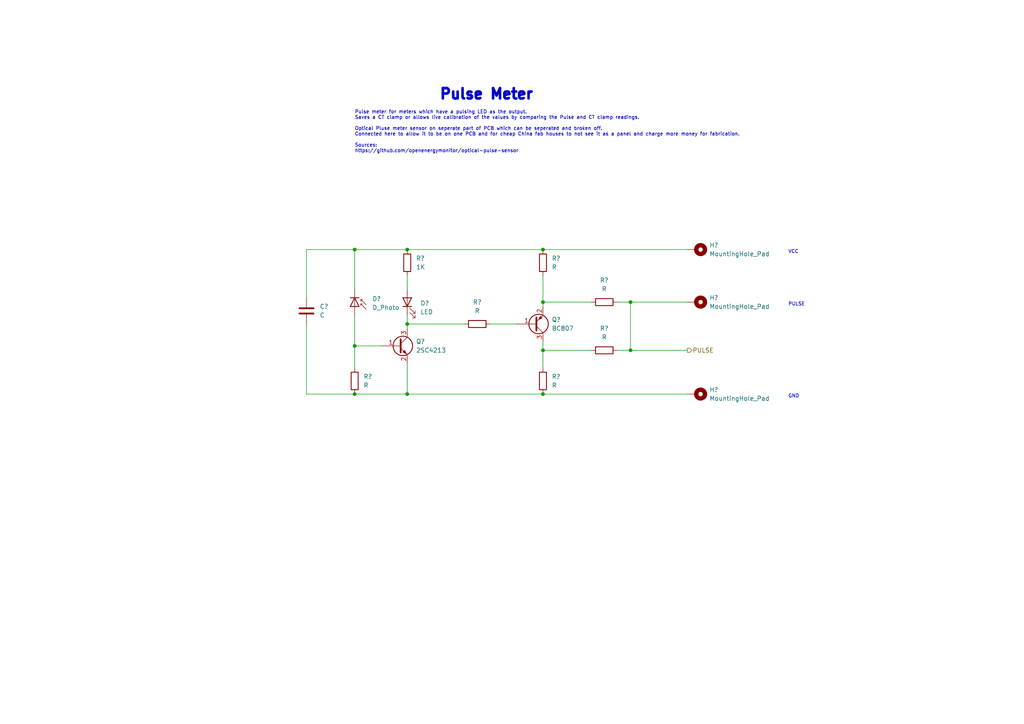
<source format=kicad_sch>
(kicad_sch (version 20211123) (generator eeschema)
  (paper "A4")
  (lib_symbols
    (symbol "Device:C" (pin_numbers hide) (pin_names (offset 0.254))
      (property "Reference" "C" (at 0.635 2.54 0))
      (property "Value" "C" (at 0.635 -2.54 0))
      (symbol "C_0_1"
        (polyline (pts (xy -2.032 -0.762) (xy 2.032 -0.762)) (stroke (width 0.508)))
        (polyline (pts (xy -2.032 0.762) (xy 2.032 0.762)) (stroke (width 0.508)))
      )
      (symbol "C_1_1"
        (pin passive line (at 0 3.81 270) (length 2.794) (name "~") (number "1"))
        (pin passive line (at 0 -3.81 90) (length 2.794) (name "~") (number "2"))
      )
    )
    (symbol "Device:D_Photo" (pin_numbers hide) (pin_names hide)
      (property "Reference" "D" (at 0.508 1.778 0))
      (property "Value" "D_Photo" (at -1.016 -2.794 0))
      (symbol "D_Photo_0_1"
        (polyline (pts (xy -2.54 1.27) (xy -2.54 -1.27)) (stroke (width 0.254)))
        (polyline (pts (xy -2.032 1.778) (xy -1.524 1.778)))
        (polyline (pts (xy 0 0) (xy -2.54 0)))
        (polyline (pts (xy -0.508 3.302) (xy -2.032 1.778) (xy -2.032 2.286)))
        (polyline (pts (xy 0 -1.27) (xy 0 1.27) (xy -2.54 0) (xy 0 -1.27)) (stroke (width 0.254)))
        (polyline (pts (xy 0.762 3.302) (xy -0.762 1.778) (xy -0.762 2.286) (xy -0.762 1.778) (xy -0.254 1.778)))
      )
      (symbol "D_Photo_1_1"
        (pin passive line (at -5.08 0 0) (length 2.54) (name "K") (number "1"))
        (pin passive line (at 2.54 0 180) (length 2.54) (name "A") (number "2"))
      )
    )
    (symbol "Device:LED" (pin_numbers hide) (pin_names (offset 1.016) hide)
      (property "Reference" "D" (at 0 2.54 0))
      (property "Value" "LED" (at 0 -2.54 0))
      (symbol "LED_0_1"
        (polyline (pts (xy -1.27 -1.27) (xy -1.27 1.27)) (stroke (width 0.254)))
        (polyline (pts (xy -1.27 0) (xy 1.27 0)))
        (polyline (pts (xy 1.27 -1.27) (xy 1.27 1.27) (xy -1.27 0) (xy 1.27 -1.27)) (stroke (width 0.254)))
        (polyline (pts (xy -3.048 -0.762) (xy -4.572 -2.286) (xy -3.81 -2.286) (xy -4.572 -2.286) (xy -4.572 -1.524)))
        (polyline (pts (xy -1.778 -0.762) (xy -3.302 -2.286) (xy -2.54 -2.286) (xy -3.302 -2.286) (xy -3.302 -1.524)))
      )
      (symbol "LED_1_1"
        (pin passive line (at -3.81 0 0) (length 2.54) (name "K") (number "1"))
        (pin passive line (at 3.81 0 180) (length 2.54) (name "A") (number "2"))
      )
    )
    (symbol "Device:R" (pin_numbers hide) (pin_names (offset 0))
      (property "Reference" "R" (at 2.032 0 90))
      (property "Value" "R" (at 0 0 90))
      (symbol "R_0_1"
        (rectangle (start -1.016 -2.54) (end 1.016 2.54) (stroke (width 0.254)))
      )
      (symbol "R_1_1"
        (pin passive line (at 0 3.81 270) (length 1.27) (name "~") (number "1"))
        (pin passive line (at 0 -3.81 90) (length 1.27) (name "~") (number "2"))
      )
    )
    (symbol "Mechanical:MountingHole_Pad" (pin_numbers hide) (pin_names (offset 1.016) hide)
      (property "Reference" "H" (at 0 6.35 0))
      (property "Value" "MountingHole_Pad" (at 0 4.445 0))
      (symbol "MountingHole_Pad_0_1"
        (circle (center 0 1.27) (radius 1.27) (stroke (width 1.27)))
      )
      (symbol "MountingHole_Pad_1_1"
        (pin input line (at 0 -2.54 90) (length 2.54) (name "1") (number "1"))
      )
    )
    (symbol "Transistor_BJT:2SC4213" (pin_names (offset 0) hide)
      (property "Reference" "Q" (at 5.08 1.905 0))
      (property "Value" "2SC4213" (at 5.08 0 0))
      (symbol "2SC4213_0_1"
        (polyline (pts (xy 0.635 0.635) (xy 2.54 2.54)))
        (polyline (pts (xy 0.635 -0.635) (xy 2.54 -2.54) (xy 2.54 -2.54)))
        (polyline (pts (xy 0.635 1.905) (xy 0.635 -1.905) (xy 0.635 -1.905)) (stroke (width 0.508)))
        (polyline (pts (xy 1.27 -1.778) (xy 1.778 -1.27) (xy 2.286 -2.286) (xy 1.27 -1.778) (xy 1.27 -1.778)) (fill (type outline)))
        (circle (center 1.27 0) (radius 2.8194) (stroke (width 0.254)))
      )
      (symbol "2SC4213_1_1"
        (pin input line (at -5.08 0 0) (length 5.715) (name "B") (number "1"))
        (pin passive line (at 2.54 -5.08 90) (length 2.54) (name "E") (number "2"))
        (pin passive line (at 2.54 5.08 270) (length 2.54) (name "C") (number "3"))
      )
    )
    (symbol "Transistor_BJT:BC807" (pin_names (offset 0) hide)
      (property "Reference" "Q" (at 5.08 1.905 0))
      (property "Value" "BC807" (at 5.08 0 0))
      (symbol "BC807_0_1"
        (polyline (pts (xy 0.635 0.635) (xy 2.54 2.54)))
        (polyline (pts (xy 0.635 -0.635) (xy 2.54 -2.54) (xy 2.54 -2.54)))
        (polyline (pts (xy 0.635 1.905) (xy 0.635 -1.905) (xy 0.635 -1.905)) (stroke (width 0.508)))
        (polyline (pts (xy 2.286 -1.778) (xy 1.778 -2.286) (xy 1.27 -1.27) (xy 2.286 -1.778) (xy 2.286 -1.778)) (fill (type outline)))
        (circle (center 1.27 0) (radius 2.8194) (stroke (width 0.254)))
      )
      (symbol "BC807_1_1"
        (pin input line (at -5.08 0 0) (length 5.715) (name "B") (number "1"))
        (pin passive line (at 2.54 -5.08 90) (length 2.54) (name "E") (number "2"))
        (pin passive line (at 2.54 5.08 270) (length 2.54) (name "C") (number "3"))
      )
    )
  )
  (junction (at 157.48 114.3))
  (junction (at 102.87 72.39))
  (junction (at 118.11 114.3))
  (junction (at 182.88 101.6))
  (junction (at 157.48 72.39))
  (junction (at 157.48 101.6))
  (junction (at 157.48 87.63))
  (junction (at 118.11 93.98))
  (junction (at 102.87 100.33))
  (junction (at 118.11 72.39))
  (junction (at 102.87 114.3))
  (junction (at 182.88 87.63))
  (wire (pts (xy 102.87 100.33) (xy 102.87 106.68)))
  (wire (pts (xy 182.88 87.63) (xy 199.39 87.63)))
  (wire (pts (xy 157.48 87.63) (xy 157.48 88.9)))
  (wire (pts (xy 157.48 101.6) (xy 157.48 106.68)))
  (wire (pts (xy 118.11 91.44) (xy 118.11 93.98)))
  (wire (pts (xy 118.11 114.3) (xy 157.48 114.3)))
  (wire (pts (xy 157.48 114.3) (xy 199.39 114.3)))
  (wire (pts (xy 118.11 93.98) (xy 118.11 95.25)))
  (wire (pts (xy 102.87 72.39) (xy 118.11 72.39)))
  (wire (pts (xy 88.9 86.36) (xy 88.9 72.39)))
  (wire (pts (xy 182.88 101.6) (xy 179.07 101.6)))
  (wire (pts (xy 88.9 93.98) (xy 88.9 114.3)))
  (wire (pts (xy 102.87 72.39) (xy 102.87 83.82)))
  (wire (pts (xy 118.11 105.41) (xy 118.11 114.3)))
  (wire (pts (xy 157.48 80.01) (xy 157.48 87.63)))
  (wire (pts (xy 102.87 114.3) (xy 118.11 114.3)))
  (wire (pts (xy 157.48 99.06) (xy 157.48 101.6)))
  (wire (pts (xy 179.07 87.63) (xy 182.88 87.63)))
  (wire (pts (xy 182.88 87.63) (xy 182.88 101.6)))
  (wire (pts (xy 182.88 101.6) (xy 199.39 101.6)))
  (wire (pts (xy 157.48 72.39) (xy 199.39 72.39)))
  (wire (pts (xy 88.9 72.39) (xy 102.87 72.39)))
  (wire (pts (xy 142.24 93.98) (xy 149.86 93.98)))
  (wire (pts (xy 88.9 114.3) (xy 102.87 114.3)))
  (wire (pts (xy 102.87 91.44) (xy 102.87 100.33)))
  (wire (pts (xy 118.11 93.98) (xy 134.62 93.98)))
  (wire (pts (xy 118.11 72.39) (xy 157.48 72.39)))
  (wire (pts (xy 157.48 87.63) (xy 171.45 87.63)))
  (wire (pts (xy 118.11 80.01) (xy 118.11 83.82)))
  (wire (pts (xy 110.49 100.33) (xy 102.87 100.33)))
  (wire (pts (xy 157.48 101.6) (xy 171.45 101.6)))
  (text "GND" (at 228.6 115.57 0) (effects (font (size 1 1)) (justify left bottom)))
  (text "Pulse Meter" (at 154.94 29.21 180) (effects (font (size 3 3) (thickness 1) bold) (justify right bottom)))
  (text "Pulse meter for meters which have a pulsing LED as the output.\nSaves a CT clamp or allows live calibration of the values by comparing the Pulse and CT clamp readings.\n\nOptical Pluse meter sensor on seperate part of PCB which can be seperated and broken off.\nConnected here to allow it to be on one PCB and for cheap China fab houses to not see it as a panel and charge more money for fabrication.\n\nSources:\nhttps://github.com/openenergymonitor/optical-pulse-sensor " (at 102.87 44.45 0) (effects (font (size 1 1)) (justify left bottom)))
  (text "VCC" (at 228.6 73.66 0) (effects (font (size 1 1)) (justify left bottom)))
  (text "PULSE" (at 228.6 88.9 0) (effects (font (size 1 1)) (justify left bottom)))
  (hierarchical_label "PULSE" (shape output) (at 199.39 101.6 0))
  (symbol (lib_id "Mechanical:MountingHole_Pad") (at 201.93 87.63 270) (unit 1)
    (property "Reference" "H?" (at 205.74 86.3599 90) (effects (justify left)))
    (property "Value" "MountingHole_Pad" (at 205.74 88.8999 90) (effects (justify left)))
  )
  (symbol (lib_id "Transistor_BJT:BC807") (at 154.94 93.98 0) (mirror x) (unit 1)
    (property "Reference" "Q?" (at 160.02 92.7099 0) (effects (justify left)))
    (property "Value" "BC807" (at 160.02 95.2499 0) (effects (justify left)))
    (property "Footprint" "Package_TO_SOT_SMD:SOT-23" (effects hide))
    (property "Datasheet" "https://www.onsemi.com/pub/Collateral/BC808-D.pdf" (effects hide))
  )
  (symbol (lib_id "Device:R") (at 157.48 110.49 0) (unit 1)
    (property "Reference" "R?" (at 160.02 109.2199 0) (effects (justify left)))
    (property "Value" "R" (at 160.02 111.7599 0) (effects (justify left)))
    (property "Footprint" "Resistor_SMD:R_0603_1608Metric_Pad0.98x0.95mm_HandSolder" (effects hide))
  )
  (symbol (lib_id "Device:R") (at 175.26 101.6 90) (unit 1)
    (property "Reference" "R?" (at 175.26 95.25 90))
    (property "Value" "R" (at 175.26 97.79 90))
    (property "Footprint" "Resistor_SMD:R_0603_1608Metric_Pad0.98x0.95mm_HandSolder" (effects hide))
  )
  (symbol (lib_id "Transistor_BJT:2SC4213") (at 115.57 100.33 0) (unit 1)
    (property "Reference" "Q?" (at 120.65 99.0599 0) (effects (justify left)))
    (property "Value" "2SC4213" (at 120.65 101.5999 0) (effects (justify left)))
    (property "Footprint" "Package_TO_SOT_SMD:SOT-323_SC-70" (effects hide))
    (property "Datasheet" "https://toshiba.semicon-storage.com/info/docget.jsp?did=19305&prodName=2SC4213" (effects hide))
  )
  (symbol (lib_id "Device:R") (at 175.26 87.63 90) (unit 1)
    (property "Reference" "R?" (at 175.26 81.28 90))
    (property "Value" "R" (at 175.26 83.82 90))
    (property "Footprint" "Resistor_SMD:R_0603_1608Metric_Pad0.98x0.95mm_HandSolder" (effects hide))
  )
  (symbol (lib_id "Device:LED") (at 118.11 87.63 90) (unit 1)
    (property "Reference" "D?" (at 121.92 87.9474 90) (effects (justify right)))
    (property "Value" "LED" (at 121.92 90.4874 90) (effects (justify right)))
    (property "Footprint" "LED_SMD:LED_0603_1608Metric_Pad1.05x0.95mm_HandSolder" (effects hide))
  )
  (symbol (lib_id "Mechanical:MountingHole_Pad") (at 201.93 72.39 270) (unit 1)
    (property "Reference" "H?" (at 205.74 71.1199 90) (effects (justify left)))
    (property "Value" "MountingHole_Pad" (at 205.74 73.6599 90) (effects (justify left)))
  )
  (symbol (lib_id "Device:C") (at 88.9 90.17 0) (unit 1)
    (property "Reference" "C?" (at 92.71 88.8999 0) (effects (justify left)))
    (property "Value" "C" (at 92.71 91.4399 0) (effects (justify left)))
    (property "Footprint" "Capacitor_SMD:C_1206_3216Metric_Pad1.33x1.80mm_HandSolder" (effects hide))
  )
  (symbol (lib_id "Device:R") (at 118.11 76.2 0) (unit 1)
    (property "Reference" "R?" (at 120.65 74.9299 0) (effects (justify left)))
    (property "Value" "1K" (at 120.65 77.4699 0) (effects (justify left)))
    (property "Footprint" "Resistor_SMD:R_0603_1608Metric_Pad0.98x0.95mm_HandSolder" (effects hide))
  )
  (symbol (lib_id "Mechanical:MountingHole_Pad") (at 201.93 114.3 270) (unit 1)
    (property "Reference" "H?" (at 205.74 113.0299 90) (effects (justify left)))
    (property "Value" "MountingHole_Pad" (at 205.74 115.5699 90) (effects (justify left)))
  )
  (symbol (lib_id "Device:R") (at 138.43 93.98 90) (unit 1)
    (property "Reference" "R?" (at 138.43 87.63 90))
    (property "Value" "R" (at 138.43 90.17 90))
    (property "Footprint" "Resistor_SMD:R_0603_1608Metric_Pad0.98x0.95mm_HandSolder" (effects hide))
  )
  (symbol (lib_id "Device:R") (at 157.48 76.2 0) (unit 1)
    (property "Reference" "R?" (at 160.02 74.9299 0) (effects (justify left)))
    (property "Value" "R" (at 160.02 77.4699 0) (effects (justify left)))
    (property "Footprint" "Resistor_SMD:R_0603_1608Metric_Pad0.98x0.95mm_HandSolder" (effects hide))
  )
  (symbol (lib_id "Device:D_Photo") (at 102.87 88.9 270) (unit 1)
    (property "Reference" "D?" (at 107.95 86.6774 90) (effects (justify left)))
    (property "Value" "D_Photo" (at 107.95 89.2174 90) (effects (justify left)))
  )
  (symbol (lib_id "Device:R") (at 102.87 110.49 0) (unit 1)
    (property "Reference" "R?" (at 105.41 109.2199 0) (effects (justify left)))
    (property "Value" "R" (at 105.41 111.7599 0) (effects (justify left)))
    (property "Footprint" "Resistor_SMD:R_0603_1608Metric_Pad0.98x0.95mm_HandSolder" (effects hide))
  )
)
</source>
